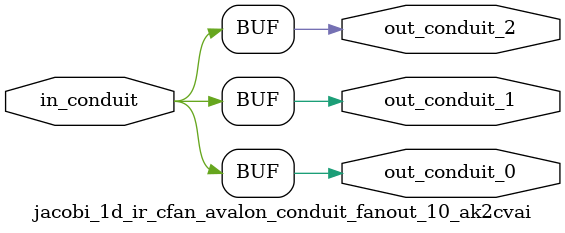
<source format=sv>


 


// --------------------------------------------------------------------------------
//| Avalon Conduit Fan-Out
// --------------------------------------------------------------------------------

// ------------------------------------------
// Generation parameters:
//   output_name:       jacobi_1d_ir_cfan_avalon_conduit_fanout_10_ak2cvai
//   numFanOut:         3
//   
// ------------------------------------------

module jacobi_1d_ir_cfan_avalon_conduit_fanout_10_ak2cvai (     

// Interface: out_conduit_0
 output                    out_conduit_0,
// Interface: out_conduit_1
 output                    out_conduit_1,
// Interface: out_conduit_2
 output                    out_conduit_2,

// Interface: in_conduit
 input                   in_conduit

);

   assign  out_conduit_0 = in_conduit;
   assign  out_conduit_1 = in_conduit;
   assign  out_conduit_2 = in_conduit;

endmodule //


</source>
